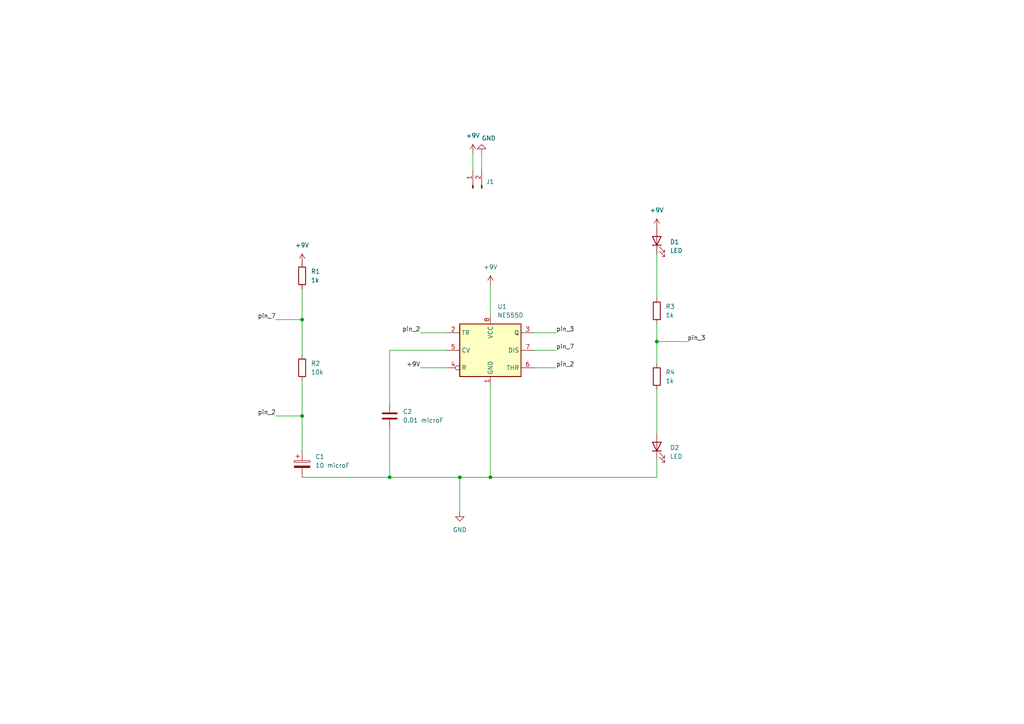
<source format=kicad_sch>
(kicad_sch (version 20211123) (generator eeschema)
  (paper "A4")
  (lib_symbols
    (symbol "Connector:Conn_01x02_Male" (pin_names (offset 1.016) hide)
      (property "Reference" "J" (at 0 2.54 0))
      (property "Value" "Conn_01x02_Male" (at 0 -5.08 0))
      (symbol "Conn_01x02_Male_1_1"
        (polyline (pts (xy 1.27 -2.54) (xy 0.8636 -2.54)) (stroke (width 0.1524)))
        (polyline (pts (xy 1.27 0) (xy 0.8636 0)) (stroke (width 0.1524)))
        (rectangle (start 0.8636 -2.413) (end 0 -2.667) (stroke (width 0.1524)) (fill (type outline)))
        (rectangle (start 0.8636 0.127) (end 0 -0.127) (stroke (width 0.1524)) (fill (type outline)))
        (pin passive line (at 5.08 0 180) (length 3.81) (name "Pin_1") (number "1"))
        (pin passive line (at 5.08 -2.54 180) (length 3.81) (name "Pin_2") (number "2"))
      )
    )
    (symbol "Device:C" (pin_numbers hide) (pin_names (offset 0.254))
      (property "Reference" "C" (at 0.635 2.54 0))
      (property "Value" "C" (at 0.635 -2.54 0))
      (symbol "C_0_1"
        (polyline (pts (xy -2.032 -0.762) (xy 2.032 -0.762)) (stroke (width 0.508)))
        (polyline (pts (xy -2.032 0.762) (xy 2.032 0.762)) (stroke (width 0.508)))
      )
      (symbol "C_1_1"
        (pin passive line (at 0 3.81 270) (length 2.794) (name "~") (number "1"))
        (pin passive line (at 0 -3.81 90) (length 2.794) (name "~") (number "2"))
      )
    )
    (symbol "Device:C_Polarized" (pin_numbers hide) (pin_names (offset 0.254))
      (property "Reference" "C" (at 0.635 2.54 0))
      (property "Value" "C_Polarized" (at 0.635 -2.54 0))
      (symbol "C_Polarized_0_1"
        (rectangle (start -2.286 0.508) (end 2.286 1.016))
        (polyline (pts (xy -1.778 2.286) (xy -0.762 2.286)))
        (polyline (pts (xy -1.27 2.794) (xy -1.27 1.778)))
        (rectangle (start 2.286 -0.508) (end -2.286 -1.016) (fill (type outline)))
      )
      (symbol "C_Polarized_1_1"
        (pin passive line (at 0 3.81 270) (length 2.794) (name "~") (number "1"))
        (pin passive line (at 0 -3.81 90) (length 2.794) (name "~") (number "2"))
      )
    )
    (symbol "Device:LED" (pin_numbers hide) (pin_names (offset 1.016) hide)
      (property "Reference" "D" (at 0 2.54 0))
      (property "Value" "LED" (at 0 -2.54 0))
      (symbol "LED_0_1"
        (polyline (pts (xy -1.27 -1.27) (xy -1.27 1.27)) (stroke (width 0.254)))
        (polyline (pts (xy -1.27 0) (xy 1.27 0)))
        (polyline (pts (xy 1.27 -1.27) (xy 1.27 1.27) (xy -1.27 0) (xy 1.27 -1.27)) (stroke (width 0.254)))
        (polyline (pts (xy -3.048 -0.762) (xy -4.572 -2.286) (xy -3.81 -2.286) (xy -4.572 -2.286) (xy -4.572 -1.524)))
        (polyline (pts (xy -1.778 -0.762) (xy -3.302 -2.286) (xy -2.54 -2.286) (xy -3.302 -2.286) (xy -3.302 -1.524)))
      )
      (symbol "LED_1_1"
        (pin passive line (at -3.81 0 0) (length 2.54) (name "K") (number "1"))
        (pin passive line (at 3.81 0 180) (length 2.54) (name "A") (number "2"))
      )
    )
    (symbol "Device:R" (pin_numbers hide) (pin_names (offset 0))
      (property "Reference" "R" (at 2.032 0 90))
      (property "Value" "R" (at 0 0 90))
      (symbol "R_0_1"
        (rectangle (start -1.016 -2.54) (end 1.016 2.54) (stroke (width 0.254)))
      )
      (symbol "R_1_1"
        (pin passive line (at 0 3.81 270) (length 1.27) (name "~") (number "1"))
        (pin passive line (at 0 -3.81 90) (length 1.27) (name "~") (number "2"))
      )
    )
    (symbol "Timer:NE555D"
      (property "Reference" "U" (at -10.16 8.89 0))
      (property "Value" "NE555D" (at 2.54 8.89 0))
      (symbol "NE555D_0_0"
        (pin power_in line (at 0 -10.16 90) (length 2.54) (name "GND") (number "1"))
        (pin power_in line (at 0 10.16 270) (length 2.54) (name "VCC") (number "8"))
      )
      (symbol "NE555D_0_1"
        (rectangle (start -8.89 -7.62) (end 8.89 7.62) (stroke (width 0.254)) (fill (type background)))
        (rectangle (start -8.89 -7.62) (end 8.89 7.62) (stroke (width 0.254)) (fill (type background)))
      )
      (symbol "NE555D_1_1"
        (pin input line (at -12.7 5.08 0) (length 3.81) (name "TR") (number "2"))
        (pin output line (at 12.7 5.08 180) (length 3.81) (name "Q") (number "3"))
        (pin input inverted (at -12.7 -5.08 0) (length 3.81) (name "R") (number "4"))
        (pin input line (at -12.7 0 0) (length 3.81) (name "CV") (number "5"))
        (pin input line (at 12.7 -5.08 180) (length 3.81) (name "THR") (number "6"))
        (pin input line (at 12.7 0 180) (length 3.81) (name "DIS") (number "7"))
      )
    )
    (symbol "power:+9V" (power) (pin_names (offset 0))
      (property "Value" "+9V" (at 0 3.556 0))
      (symbol "+9V_0_1"
        (polyline (pts (xy -0.762 1.27) (xy 0 2.54)))
        (polyline (pts (xy 0 0) (xy 0 2.54)))
        (polyline (pts (xy 0 2.54) (xy 0.762 1.27)))
      )
      (symbol "+9V_1_1"
        (pin power_in line (at 0 0 90) (length 0) hide (name "+9V") (number "1"))
      )
    )
    (symbol "power:GND" (power) (pin_names (offset 0))
      (property "Value" "GND" (at 0 -3.81 0))
      (symbol "GND_0_1"
        (polyline (pts (xy 0 0) (xy 0 -1.27) (xy 1.27 -1.27) (xy 0 -2.54) (xy -1.27 -1.27) (xy 0 -1.27)))
      )
      (symbol "GND_1_1"
        (pin power_in line (at 0 0 270) (length 0) hide (name "GND") (number "1"))
      )
    )
  )
  (junction (at 87.63 120.65))
  (junction (at 142.24 138.43))
  (junction (at 133.35 138.43))
  (junction (at 190.5 99.06))
  (junction (at 87.63 92.71))
  (junction (at 113.03 138.43))
  (wire (pts (xy 137.16 44.45) (xy 137.16 49.53)))
  (wire (pts (xy 142.24 138.43) (xy 190.5 138.43)))
  (wire (pts (xy 154.94 106.68) (xy 161.29 106.68)))
  (wire (pts (xy 190.5 93.98) (xy 190.5 99.06)))
  (wire (pts (xy 133.35 138.43) (xy 142.24 138.43)))
  (wire (pts (xy 121.92 96.52) (xy 129.54 96.52)))
  (wire (pts (xy 154.94 96.52) (xy 161.29 96.52)))
  (wire (pts (xy 87.63 120.65) (xy 87.63 130.81)))
  (wire (pts (xy 190.5 99.06) (xy 190.5 105.41)))
  (wire (pts (xy 113.03 138.43) (xy 133.35 138.43)))
  (wire (pts (xy 113.03 101.6) (xy 129.54 101.6)))
  (wire (pts (xy 190.5 133.35) (xy 190.5 138.43)))
  (wire (pts (xy 113.03 138.43) (xy 87.63 138.43)))
  (wire (pts (xy 121.92 106.68) (xy 129.54 106.68)))
  (wire (pts (xy 190.5 99.06) (xy 199.39 99.06)))
  (wire (pts (xy 142.24 111.76) (xy 142.24 138.43)))
  (wire (pts (xy 113.03 116.84) (xy 113.03 101.6)))
  (wire (pts (xy 190.5 73.66) (xy 190.5 86.36)))
  (wire (pts (xy 133.35 138.43) (xy 133.35 148.59)))
  (wire (pts (xy 87.63 110.49) (xy 87.63 120.65)))
  (wire (pts (xy 87.63 83.82) (xy 87.63 92.71)))
  (wire (pts (xy 80.01 120.65) (xy 87.63 120.65)))
  (wire (pts (xy 142.24 82.55) (xy 142.24 91.44)))
  (wire (pts (xy 154.94 101.6) (xy 161.29 101.6)))
  (wire (pts (xy 87.63 92.71) (xy 87.63 102.87)))
  (wire (pts (xy 113.03 124.46) (xy 113.03 138.43)))
  (wire (pts (xy 139.7 44.45) (xy 139.7 49.53)))
  (wire (pts (xy 190.5 113.03) (xy 190.5 125.73)))
  (wire (pts (xy 80.01 92.71) (xy 87.63 92.71)))
  (label "pin_2" (at 80.01 120.65 180))
  (label "+9V" (at 121.92 106.68 180))
  (label "pin_3" (at 161.29 96.52 0))
  (label "pin_3" (at 199.39 99.06 0))
  (label "pin_7" (at 80.01 92.71 180))
  (label "pin_7" (at 161.29 101.6 0))
  (label "pin_2" (at 161.29 106.68 0))
  (label "pin_2" (at 121.92 96.52 180))
  (symbol (lib_id "power:+9V") (at 87.63 76.2 0) (unit 1)
    (property "Reference" "#PWR01" (effects hide))
    (property "Value" "+9V" (at 87.63 71.12 0))
  )
  (symbol (lib_id "power:+9V") (at 142.24 82.55 0) (unit 1)
    (property "Reference" "#PWR05" (effects hide))
    (property "Value" "+9V" (at 142.24 77.47 0))
  )
  (symbol (lib_id "Device:R") (at 87.63 80.01 0) (unit 1)
    (property "Reference" "R1" (at 90.17 78.7399 0) (effects (justify left)))
    (property "Value" "1k" (at 90.17 81.2799 0) (effects (justify left)))
  )
  (symbol (lib_id "Connector:Conn_01x02_Male") (at 137.16 54.61 90) (unit 1)
    (property "Reference" "J1" (at 140.97 52.7049 90) (effects (justify right)))
    (property "Value" "Conn_01x02_Male" (effects hide))
  )
  (symbol (lib_id "power:+9V") (at 190.5 66.04 0) (unit 1)
    (property "Reference" "#PWR06" (effects hide))
    (property "Value" "+9V" (at 190.5 60.96 0))
  )
  (symbol (lib_id "Timer:NE555D") (at 142.24 101.6 0) (unit 1)
    (property "Reference" "U1" (at 144.2594 88.9 0) (effects (justify left)))
    (property "Value" "NE555D" (at 144.2594 91.44 0) (effects (justify left)))
    (property "Footprint" "Package_SO:SOIC-8_3.9x4.9mm_P1.27mm" (effects hide))
    (property "Datasheet" "http://www.ti.com/lit/ds/symlink/ne555.pdf" (effects hide))
  )
  (symbol (lib_id "Device:C_Polarized") (at 87.63 134.62 0) (unit 1)
    (property "Reference" "C1" (at 91.44 132.4609 0) (effects (justify left)))
    (property "Value" "10 microF" (at 91.44 135.0009 0) (effects (justify left)))
  )
  (symbol (lib_id "power:+9V") (at 137.16 44.45 0) (unit 1)
    (property "Reference" "#PWR03" (effects hide))
    (property "Value" "+9V" (at 137.16 39.37 0))
  )
  (symbol (lib_id "Device:R") (at 87.63 106.68 0) (unit 1)
    (property "Reference" "R2" (at 90.17 105.4099 0) (effects (justify left)))
    (property "Value" "10k" (at 90.17 107.9499 0) (effects (justify left)))
  )
  (symbol (lib_id "power:GND") (at 133.35 148.59 0) (unit 1)
    (property "Reference" "#PWR02" (effects hide))
    (property "Value" "GND" (at 133.35 153.67 0))
  )
  (symbol (lib_id "Device:LED") (at 190.5 69.85 90) (unit 1)
    (property "Reference" "D1" (at 194.31 70.1674 90) (effects (justify right)))
    (property "Value" "LED" (at 194.31 72.7074 90) (effects (justify right)))
  )
  (symbol (lib_id "Device:R") (at 190.5 90.17 0) (unit 1)
    (property "Reference" "R3" (at 193.04 88.8999 0) (effects (justify left)))
    (property "Value" "1k" (at 193.04 91.4399 0) (effects (justify left)))
  )
  (symbol (lib_id "Device:C") (at 113.03 120.65 0) (unit 1)
    (property "Reference" "C2" (at 116.84 119.3799 0) (effects (justify left)))
    (property "Value" "0.01 microF" (at 116.84 121.9199 0) (effects (justify left)))
  )
  (symbol (lib_id "power:GND") (at 139.7 44.45 180) (unit 1)
    (property "Reference" "#PWR04" (effects hide))
    (property "Value" "GND" (at 139.7 39.37 0) (effects (justify right bottom)))
  )
  (symbol (lib_id "Device:R") (at 190.5 109.22 0) (unit 1)
    (property "Reference" "R4" (at 193.04 107.9499 0) (effects (justify left)))
    (property "Value" "1k" (at 193.04 110.4899 0) (effects (justify left)))
  )
  (symbol (lib_id "Device:LED") (at 190.5 129.54 90) (unit 1)
    (property "Reference" "D2" (at 194.31 129.8574 90) (effects (justify right)))
    (property "Value" "LED" (at 194.31 132.3974 90) (effects (justify right)))
  )
)
</source>
